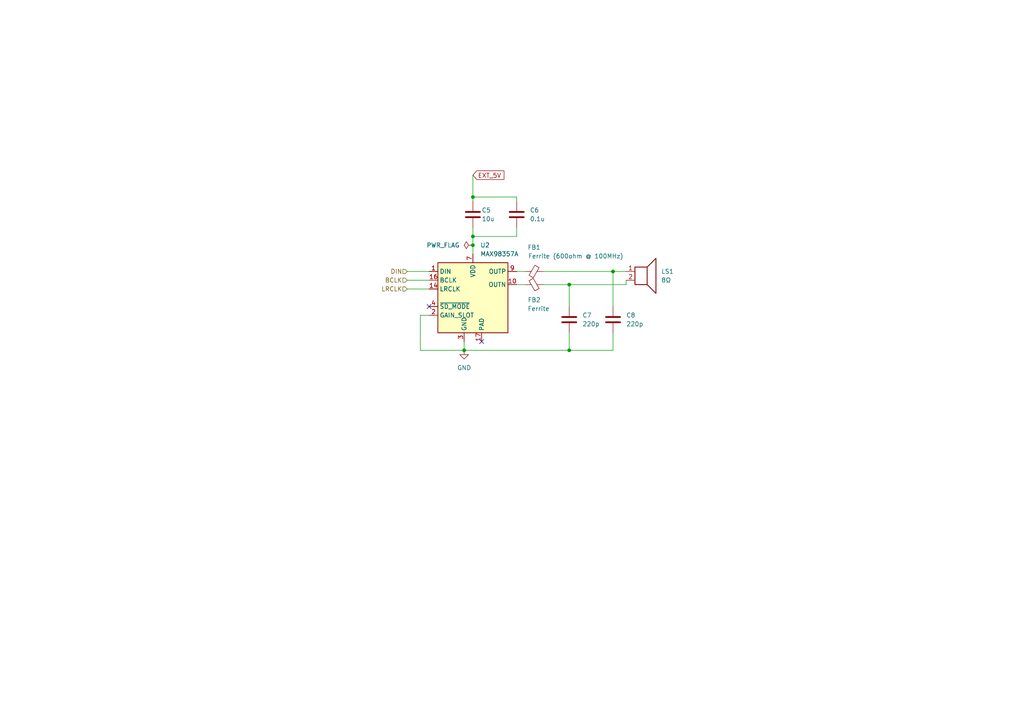
<source format=kicad_sch>
(kicad_sch (version 20250114) (generator "eeschema") (generator_version "9.0")
  (paper "A4")
  (title_block (title "Amplifier Module") (date "2025-07-22") (rev "1.0") (company "C.Boerner"))
  (lib_symbols
    (symbol "Audio:MAX98357A"
      (property "Reference" "U2" (at 2.1433 15.24 0))
      (property "Value" "MAX98357A" (at 2.1433 12.7 0))
      (symbol "MAX98357A_1_1"
        (rectangle (start -10.16 10.16) (end 10.16 -10.16) (stroke (width 0.254)) (fill (type background)))
        (pin input line (at -12.7 7.62 0) (length 2.54) (name "DIN") (number "1"))
        (pin input line (at -12.7 5.08 0) (length 2.54) (name "BCLK") (number "16"))
        (pin input line (at -12.7 2.54 0) (length 2.54) (name "LRCLK") (number "14"))
        (pin input line (at -12.7 -2.54 0) (length 2.54) (name "~{SD_MODE}") (number "4"))
        (pin passive line (at -12.7 -5.08 0) (length 2.54) (name "GAIN_SLOT") (number "2"))
        (pin passive line (at -2.54 -12.7 90) (length 2.54) (hide yes) (name "GND") (number "11"))
        (pin passive line (at -2.54 -12.7 90) (length 2.54) (hide yes) (name "GND") (number "15"))
        (pin power_in line (at -2.54 -12.7 90) (length 2.54) (name "GND") (number "3"))
        (pin power_in line (at 0 12.7 270) (length 2.54) (name "VDD") (number "7"))
        (pin passive line (at 0 12.7 270) (length 2.54) (hide yes) (name "VDD") (number "8"))
        (pin unspecified line (at 2.54 -12.7 90) (length 2.54) (name "PAD") (number "17"))
        (pin no_connect line (at 10.16 2.54 180) (length 2.54) (hide yes) (name "NC") (number "5"))
        (pin no_connect line (at 10.16 0 180) (length 2.54) (hide yes) (name "NC") (number "6"))
        (pin no_connect line (at 10.16 -5.08 180) (length 2.54) (hide yes) (name "NC") (number "12"))
        (pin no_connect line (at 10.16 -7.62 180) (length 2.54) (hide yes) (name "NC") (number "13"))
        (pin output line (at 12.7 7.62 180) (length 2.54) (name "OUTP") (number "9"))
        (pin output line (at 12.7 3.81 180) (length 2.54) (name "OUTN") (number "10"))
      )
    )
    (symbol "Device:C" (pin_numbers (hide yes)) (pin_names (offset 0.254))
      (property "Reference" "C" (at 0.635 2.54 0))
      (property "Value" "C" (at 0.635 -2.54 0))
      (symbol "C_0_1"
        (polyline (pts (xy -2.032 0.762) (xy 2.032 0.762)) (stroke (width 0.508)))
        (polyline (pts (xy -2.032 -0.762) (xy 2.032 -0.762)) (stroke (width 0.508)))
      )
      (symbol "C_1_1"
        (pin passive line (at 0 3.81 270) (length 2.794) (name "~") (number "1"))
        (pin passive line (at 0 -3.81 90) (length 2.794) (name "~") (number "2"))
      )
    )
    (symbol "Device:FerriteBead_Small" (pin_numbers (hide yes)) (pin_names (offset 0))
      (property "Reference" "FB" (at 1.905 1.27 0))
      (property "Value" "FerriteBead_Small" (at 1.905 -1.27 0))
      (symbol "FerriteBead_Small_0_1"
        (polyline (pts (xy -1.8288 0.2794) (xy -1.1176 1.4986) (xy 1.8288 -0.2032) (xy 1.1176 -1.4224) (xy -1.8288 0.2794)))
        (polyline (pts (xy 0 0.889) (xy 0 1.2954)))
        (polyline (pts (xy 0 -1.27) (xy 0 -0.7874)))
      )
      (symbol "FerriteBead_Small_1_1"
        (pin passive line (at 0 2.54 270) (length 1.27) (name "~") (number "1"))
        (pin passive line (at 0 -2.54 90) (length 1.27) (name "~") (number "2"))
      )
    )
    (symbol "Device:Speaker" (pin_names (offset 0) (hide yes))
      (property "Reference" "LS" (at 1.27 5.715 0))
      (property "Value" "Speaker" (at 1.27 3.81 0))
      (symbol "Speaker_0_0"
        (rectangle (start -2.54 1.27) (end 1.016 -3.81) (stroke (width 0.254)))
        (polyline (pts (xy 1.016 1.27) (xy 3.556 3.81) (xy 3.556 -6.35) (xy 1.016 -3.81)) (stroke (width 0.254)))
      )
      (symbol "Speaker_1_1"
        (pin input line (at -5.08 0 0) (length 2.54) (name "1") (number "1"))
        (pin input line (at -5.08 -2.54 0) (length 2.54) (name "2") (number "2"))
      )
    )
    (symbol "power:GND" (power) (pin_numbers (hide yes)) (pin_names (offset 0) (hide yes))
      (property "Value" "GND" (at 0 -3.81 0))
      (symbol "GND_0_1"
        (polyline (pts (xy 0 0) (xy 0 -1.27) (xy 1.27 -1.27) (xy 0 -2.54) (xy -1.27 -1.27) (xy 0 -1.27)))
      )
      (symbol "GND_1_1"
        (pin power_in line (at 0 0 270) (length 0) (name "~") (number "1"))
      )
    )
    (symbol "power:PWR_FLAG" (power) (pin_numbers (hide yes)) (pin_names (offset 0) (hide yes))
      (property "Value" "PWR_FLAG" (at 0 3.81 0))
      (symbol "PWR_FLAG_0_0"
        (pin power_out line (at 0 0 90) (length 0) (name "~") (number "1"))
      )
      (symbol "PWR_FLAG_0_1"
        (polyline (pts (xy 0 0) (xy 0 1.27) (xy -1.016 1.905) (xy 0 2.54) (xy 1.016 1.905) (xy 0 1.27)))
      )
    )
  )
  (junction (at 137.16 68.58))
  (junction (at 165.1 82.55))
  (junction (at 137.16 71.12))
  (junction (at 165.1 101.6))
  (junction (at 177.8 78.74))
  (junction (at 134.62 101.6))
  (junction (at 137.16 57.15))
  (no_connect (at 139.7 99.06))
  (no_connect (at 124.46 88.9))
  (wire (pts (xy 181.61 82.55) (xy 181.61 81.28)))
  (wire (pts (xy 165.1 96.52) (xy 165.1 101.6)))
  (wire (pts (xy 137.16 50.8) (xy 137.16 57.15)))
  (wire (pts (xy 137.16 71.12) (xy 137.16 68.58)))
  (wire (pts (xy 165.1 82.55) (xy 181.61 82.55)))
  (wire (pts (xy 157.48 78.74) (xy 177.8 78.74)))
  (wire (pts (xy 137.16 57.15) (xy 149.86 57.15)))
  (wire (pts (xy 165.1 101.6) (xy 177.8 101.6)))
  (wire (pts (xy 121.92 101.6) (xy 134.62 101.6)))
  (wire (pts (xy 177.8 96.52) (xy 177.8 101.6)))
  (wire (pts (xy 149.86 78.74) (xy 152.4 78.74)))
  (wire (pts (xy 165.1 101.6) (xy 134.62 101.6)))
  (wire (pts (xy 124.46 91.44) (xy 121.92 91.44)))
  (wire (pts (xy 118.11 83.82) (xy 124.46 83.82)))
  (wire (pts (xy 149.86 57.15) (xy 149.86 58.42)))
  (wire (pts (xy 137.16 66.04) (xy 137.16 68.58)))
  (wire (pts (xy 118.11 78.74) (xy 124.46 78.74)))
  (wire (pts (xy 149.86 68.58) (xy 149.86 66.04)))
  (wire (pts (xy 137.16 73.66) (xy 137.16 71.12)))
  (wire (pts (xy 137.16 57.15) (xy 137.16 58.42)))
  (wire (pts (xy 149.86 82.55) (xy 152.4 82.55)))
  (wire (pts (xy 177.8 78.74) (xy 177.8 88.9)))
  (wire (pts (xy 134.62 99.06) (xy 134.62 101.6)))
  (wire (pts (xy 165.1 82.55) (xy 165.1 88.9)))
  (wire (pts (xy 157.48 82.55) (xy 165.1 82.55)))
  (wire (pts (xy 177.8 78.74) (xy 181.61 78.74)))
  (wire (pts (xy 118.11 81.28) (xy 124.46 81.28)))
  (wire (pts (xy 137.16 68.58) (xy 149.86 68.58)))
  (wire (pts (xy 121.92 91.44) (xy 121.92 101.6)))
  (global_label "EXT_5V" (shape input) (at 137.16 50.8 0) (property "Intersheetrefs" "${INTERSHEET_REFS}" (effects (hide yes))))
  (hierarchical_label "BCLK" (shape input) (at 118.11 81.28 180))
  (hierarchical_label "DIN" (shape input) (at 118.11 78.74 180))
  (hierarchical_label "LRCLK" (shape input) (at 118.11 83.82 180))
  (symbol (lib_id "Device:FerriteBead_Small") (at 154.94 82.55 90) (mirror x) (unit 1)
    (property "Reference" "FB2" (at 154.94 86.995 90))
    (property "Value" "Ferrite" (at 156.21 89.535 90))
    (property "Footprint" "BLM21:BEADC2012X105N" (effects (hide yes)))
    (property "Description" "Ferrite bead, small symbol" (effects (hide yes)))
  )
  (symbol (lib_id "Device:C") (at 165.1 92.71 0) (unit 1)
    (property "Reference" "C7" (at 168.91 91.4399 0) (effects (justify left)))
    (property "Value" "220p" (at 168.91 93.9799 0) (effects (justify left)))
    (property "Footprint" "Capacitor_SMD:C_0603_1608Metric_Pad1.08x0.95mm_HandSolder" (effects (hide yes)))
    (property "Description" "Unpolarized capacitor" (effects (hide yes)))
  )
  (symbol (lib_id "Device:Speaker") (at 186.69 78.74 0) (unit 1)
    (property "Reference" "LS1" (at 191.77 78.7399 0) (effects (justify left)))
    (property "Value" "8Ω" (at 191.77 81.2799 0) (effects (justify left)))
    (property "Footprint" "TerminalBlock_Phoenix:TerminalBlock_Phoenix_MPT-0,5-2-2.54_1x02_P2.54mm_Horizontal" (effects (hide yes)))
    (property "Description" "Speaker" (effects (hide yes)))
  )
  (symbol (lib_id "Device:C") (at 177.8 92.71 0) (unit 1)
    (property "Reference" "C8" (at 181.61 91.4399 0) (effects (justify left)))
    (property "Value" "220p" (at 181.61 93.9799 0) (effects (justify left)))
    (property "Footprint" "Capacitor_SMD:C_0603_1608Metric_Pad1.08x0.95mm_HandSolder" (effects (hide yes)))
    (property "Description" "Unpolarized capacitor" (effects (hide yes)))
  )
  (symbol (lib_id "power:PWR_FLAG") (at 137.16 71.12 90) (unit 1)
    (property "Reference" "#FLG02" (effects (hide yes)))
    (property "Value" "PWR_FLAG" (at 133.35 71.1199 90) (effects (justify left)))
    (property "Description" "Special symbol for telling ERC where power comes from" (effects (hide yes)))
  )
  (symbol (lib_id "Device:C") (at 137.16 62.23 0) (unit 1)
    (property "Reference" "C5" (at 139.7 60.96 0) (effects (justify left)))
    (property "Value" "10u" (at 139.7 63.5 0) (effects (justify left)))
    (property "Footprint" "Capacitor_SMD:C_0603_1608Metric_Pad1.08x0.95mm_HandSolder" (effects (hide yes)))
    (property "Description" "Unpolarized capacitor" (effects (hide yes)))
  )
  (symbol (lib_id "Device:FerriteBead_Small") (at 154.94 78.74 90) (unit 1)
    (property "Reference" "FB1" (at 154.9019 71.755 90))
    (property "Value" "Ferrite (600ohm @ 100MHz)" (at 167.005 74.295 90))
    (property "Footprint" "BLM21:BEADC2012X105N" (effects (hide yes)))
    (property "Description" "Ferrite bead, small symbol" (effects (hide yes)))
  )
  (symbol (lib_id "power:GND") (at 134.62 101.6 0) (unit 1)
    (property "Reference" "#PWR02" (effects (hide yes)))
    (property "Value" "GND" (at 134.62 106.68 0))
    (property "Description" "Power symbol creates a global label with name \"GND\" , ground" (effects (hide yes)))
  )
  (symbol (lib_id "Audio:MAX98357A") (at 137.16 86.36 0) (unit 1)
    (property "Reference" "U2" (at 139.3033 71.12 0) (effects (justify left)))
    (property "Value" "MAX98357A" (at 139.3033 73.66 0) (effects (justify left)))
    (property "Footprint" "Package_DFN_QFN:TQFN-16-1EP_3x3mm_P0.5mm_EP1.23x1.23mm" (effects (hide yes)))
    (property "Datasheet" "https://www.analog.com/media/en/technical-documentation/data-sheets/MAX98357A-MAX98357B.pdf" (effects (hide yes)))
    (property "Description" "Mono DAC with amplifier, I2S, PCM, TDM, 32-bit, 96khz, 3.2W, TQFP-16" (effects (hide yes)))
  )
  (symbol (lib_id "Device:C") (at 149.86 62.23 0) (unit 1)
    (property "Reference" "C6" (at 153.67 60.9599 0) (effects (justify left)))
    (property "Value" "0.1u" (at 153.67 63.4999 0) (effects (justify left)))
    (property "Footprint" "Capacitor_SMD:C_0603_1608Metric_Pad1.08x0.95mm_HandSolder" (effects (hide yes)))
    (property "Description" "Unpolarized capacitor" (effects (hide yes)))
  )
)
</source>
